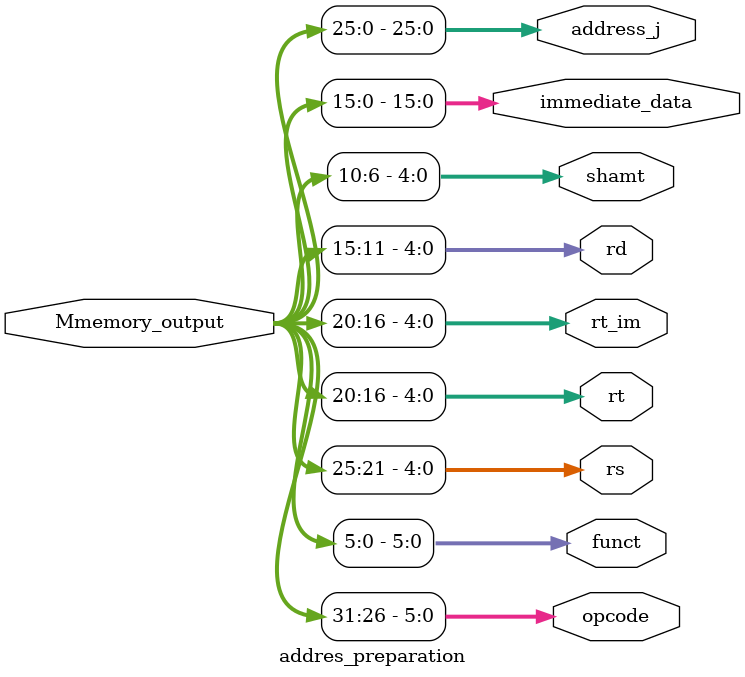
<source format=v>
module addres_preparation
(
	input [31:0] Mmemory_output,	//rom instruction content
	
	output [5:0] opcode, 
	output [5: 0]funct, 		//select the function
	output [4 : 0]rs,		 	//source 1
	output [4 : 0]rt,		 	//source 2
	output [4 : 0]rt_im,		//Destination: 20:16 bit (immediate)
	output [4 : 0]rd,		  	//Destination: 15:11 bit (R type)
	output [4:0] shamt,			//Shamt field for R type instruction
	output [15:0] immediate_data, //immediate field for I instruction
	output [25:0] address_j		//address field for J instruction
);

/**************************************************
   31    26|25  21|20  16|15  11|10      6|5     0|
   ------------------------------------------------
R:	|opcode|  rs  |  rt  |  rd  |  shamt  | funct |
I:	|opcode|  rs  |  rt  |     immediate 		  |
J:	|opcode|			address					  |
 **************************************************/
assign opcode 	= Mmemory_output[31:26];	
assign rs 		= Mmemory_output[25:21];
assign rt 		= Mmemory_output[20:16];
assign rd 		= Mmemory_output[15:11];
assign shamt 	= Mmemory_output[10:6 ];
assign funct 	= Mmemory_output[ 5:0 ];
assign rt_im 	= Mmemory_output[20:16];
assign address_j= Mmemory_output[25:0 ];
assign immediate_data = Mmemory_output[15:0];




endmodule
</source>
